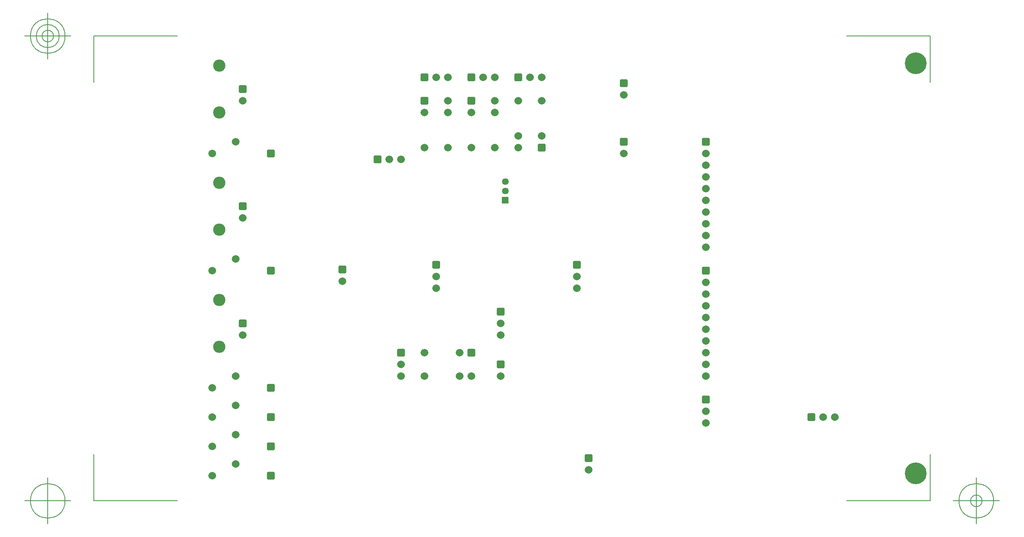
<source format=gbr>
G04 Generated by Ultiboard 12.0 *
%FSLAX25Y25*%
%MOIN*%

%ADD10C,0.00001*%
%ADD11C,0.00500*%
%ADD12C,0.18600*%
%ADD13C,0.06537*%
%ADD14R,0.03937X0.03937*%
%ADD15C,0.02600*%
%ADD16C,0.10474*%
%ADD17C,0.05750*%
%ADD18R,0.05150X0.05150*%
%ADD19C,0.00600*%


G04 ColorRGB 9900CC for the following layer *
%LNSolder Mask Bottom*%
%LPD*%
G54D10*
G54D11*
X-81772Y-1500D02*
X-81772Y38170D01*
X-81772Y-1500D02*
X-10452Y-1500D01*
X631421Y-1500D02*
X560102Y-1500D01*
X631421Y-1500D02*
X631421Y38170D01*
X631421Y395201D02*
X631421Y355531D01*
X631421Y395201D02*
X560102Y395201D01*
X-81772Y395201D02*
X-10452Y395201D01*
X-81772Y395201D02*
X-81772Y355531D01*
X-101457Y-1500D02*
X-140827Y-1500D01*
X-121142Y-21185D02*
X-121142Y18185D01*
X-135906Y-1500D02*
G75*
D01*
G02X-135906Y-1500I14764J0*
G01*
X651106Y-1500D02*
X690476Y-1500D01*
X670791Y-21185D02*
X670791Y18185D01*
X656028Y-1500D02*
G75*
D01*
G02X656028Y-1500I14763J0*
G01*
X665870Y-1500D02*
G75*
D01*
G02X665870Y-1500I4921J0*
G01*
X-101457Y395201D02*
X-140827Y395201D01*
X-121142Y375516D02*
X-121142Y414886D01*
X-135906Y395201D02*
G75*
D01*
G02X-135906Y395201I14764J0*
G01*
X-130984Y395201D02*
G75*
D01*
G02X-130984Y395201I9842J0*
G01*
X-126063Y395201D02*
G75*
D01*
G02X-126063Y395201I4921J0*
G01*
G54D12*
X619000Y22000D03*
X619000Y372000D03*
G54D13*
X330000Y190000D03*
X330000Y180000D03*
X200000Y330000D03*
X200000Y300000D03*
X220000Y330000D03*
X220000Y340000D03*
X220000Y300000D03*
X440000Y185000D03*
X440000Y175000D03*
X440000Y165000D03*
X440000Y155000D03*
X440000Y145000D03*
X440000Y135000D03*
X440000Y125000D03*
X440000Y115000D03*
X440000Y105000D03*
X130000Y186000D03*
X440000Y75000D03*
X440000Y65000D03*
X45000Y140000D03*
X45000Y240000D03*
X45000Y340000D03*
X39000Y305000D03*
X19000Y295000D03*
X39000Y205000D03*
X19000Y195000D03*
X39000Y80000D03*
X19000Y70000D03*
X39000Y55000D03*
X19000Y45000D03*
X39000Y30000D03*
X19000Y20000D03*
X39000Y105000D03*
X19000Y95000D03*
X300000Y310000D03*
X300000Y340000D03*
X280000Y310000D03*
X280000Y300000D03*
X280000Y340000D03*
X230000Y125000D03*
X200000Y125000D03*
X230000Y105000D03*
X240000Y105000D03*
X200000Y105000D03*
X180000Y115000D03*
X180000Y105000D03*
X540000Y70000D03*
X550000Y70000D03*
X210000Y190000D03*
X210000Y180000D03*
X250000Y360000D03*
X260000Y360000D03*
X290000Y360000D03*
X300000Y360000D03*
X210000Y360000D03*
X220000Y360000D03*
X265000Y150000D03*
X265000Y140000D03*
X265000Y105000D03*
X340000Y25000D03*
X170000Y290000D03*
X180000Y290000D03*
X370000Y345000D03*
X370000Y295000D03*
X440000Y295000D03*
X440000Y285000D03*
X440000Y275000D03*
X440000Y265000D03*
X440000Y255000D03*
X440000Y245000D03*
X440000Y235000D03*
X440000Y225000D03*
X440000Y215000D03*
X260000Y340000D03*
X240000Y330000D03*
X240000Y300000D03*
X260000Y330000D03*
X260000Y300000D03*
G54D14*
X330000Y200000D03*
X200000Y340000D03*
X440000Y195000D03*
X130000Y196000D03*
X440000Y85000D03*
X45000Y150000D03*
X45000Y250000D03*
X45000Y350000D03*
X69000Y295000D03*
X69000Y195000D03*
X69000Y70000D03*
X69000Y45000D03*
X69000Y20000D03*
X69000Y95000D03*
X300000Y300000D03*
X240000Y125000D03*
X180000Y125000D03*
X530000Y70000D03*
X210000Y200000D03*
X240000Y360000D03*
X280000Y360000D03*
X200000Y360000D03*
X265000Y160000D03*
X265000Y115000D03*
X340000Y35000D03*
X160000Y290000D03*
X370000Y355000D03*
X370000Y305000D03*
X440000Y305000D03*
X240000Y340000D03*
G54D15*
X328032Y198032D02*
X331968Y198032D01*
X331968Y201968D01*
X328032Y201968D01*
X328032Y198032D01*D02*
X198032Y338032D02*
X201968Y338032D01*
X201968Y341968D01*
X198032Y341968D01*
X198032Y338032D01*D02*
X438032Y193032D02*
X441968Y193032D01*
X441968Y196968D01*
X438032Y196968D01*
X438032Y193032D01*D02*
X128032Y194032D02*
X131968Y194032D01*
X131968Y197968D01*
X128032Y197968D01*
X128032Y194032D01*D02*
X438032Y83032D02*
X441968Y83032D01*
X441968Y86968D01*
X438032Y86968D01*
X438032Y83032D01*D02*
X43032Y148032D02*
X46968Y148032D01*
X46968Y151968D01*
X43032Y151968D01*
X43032Y148032D01*D02*
X43032Y248032D02*
X46968Y248032D01*
X46968Y251968D01*
X43032Y251968D01*
X43032Y248032D01*D02*
X43032Y348032D02*
X46968Y348032D01*
X46968Y351968D01*
X43032Y351968D01*
X43032Y348032D01*D02*
X67032Y293032D02*
X70968Y293032D01*
X70968Y296968D01*
X67032Y296968D01*
X67032Y293032D01*D02*
X67032Y193032D02*
X70968Y193032D01*
X70968Y196968D01*
X67032Y196968D01*
X67032Y193032D01*D02*
X67032Y68032D02*
X70968Y68032D01*
X70968Y71968D01*
X67032Y71968D01*
X67032Y68032D01*D02*
X67032Y43032D02*
X70968Y43032D01*
X70968Y46968D01*
X67032Y46968D01*
X67032Y43032D01*D02*
X67032Y18032D02*
X70968Y18032D01*
X70968Y21968D01*
X67032Y21968D01*
X67032Y18032D01*D02*
X67032Y93032D02*
X70968Y93032D01*
X70968Y96968D01*
X67032Y96968D01*
X67032Y93032D01*D02*
X298032Y298032D02*
X301968Y298032D01*
X301968Y301968D01*
X298032Y301968D01*
X298032Y298032D01*D02*
X238032Y123032D02*
X241968Y123032D01*
X241968Y126968D01*
X238032Y126968D01*
X238032Y123032D01*D02*
X178032Y123032D02*
X181968Y123032D01*
X181968Y126968D01*
X178032Y126968D01*
X178032Y123032D01*D02*
X528032Y68032D02*
X531968Y68032D01*
X531968Y71968D01*
X528032Y71968D01*
X528032Y68032D01*D02*
X208032Y198032D02*
X211968Y198032D01*
X211968Y201968D01*
X208032Y201968D01*
X208032Y198032D01*D02*
X238032Y358032D02*
X241968Y358032D01*
X241968Y361968D01*
X238032Y361968D01*
X238032Y358032D01*D02*
X278032Y358032D02*
X281968Y358032D01*
X281968Y361968D01*
X278032Y361968D01*
X278032Y358032D01*D02*
X198032Y358032D02*
X201968Y358032D01*
X201968Y361968D01*
X198032Y361968D01*
X198032Y358032D01*D02*
X263032Y158032D02*
X266968Y158032D01*
X266968Y161968D01*
X263032Y161968D01*
X263032Y158032D01*D02*
X263032Y113032D02*
X266968Y113032D01*
X266968Y116968D01*
X263032Y116968D01*
X263032Y113032D01*D02*
X338032Y33032D02*
X341968Y33032D01*
X341968Y36968D01*
X338032Y36968D01*
X338032Y33032D01*D02*
X158032Y288032D02*
X161968Y288032D01*
X161968Y291968D01*
X158032Y291968D01*
X158032Y288032D01*D02*
X368032Y353032D02*
X371968Y353032D01*
X371968Y356968D01*
X368032Y356968D01*
X368032Y353032D01*D02*
X368032Y303032D02*
X371968Y303032D01*
X371968Y306968D01*
X368032Y306968D01*
X368032Y303032D01*D02*
X438032Y303032D02*
X441968Y303032D01*
X441968Y306968D01*
X438032Y306968D01*
X438032Y303032D01*D02*
X238032Y338032D02*
X241968Y338032D01*
X241968Y341968D01*
X238032Y341968D01*
X238032Y338032D01*D02*
G54D16*
X25000Y170000D03*
X25000Y130000D03*
X25000Y270000D03*
X25000Y230000D03*
X25000Y370000D03*
X25000Y330000D03*
G54D17*
X269000Y263000D03*
X269000Y270874D03*
G54D18*
X269000Y255126D03*
G54D19*
X266425Y252551D02*
X271575Y252551D01*
X271575Y257701D01*
X266425Y257701D01*
X266425Y252551D01*D02*

M00*

</source>
